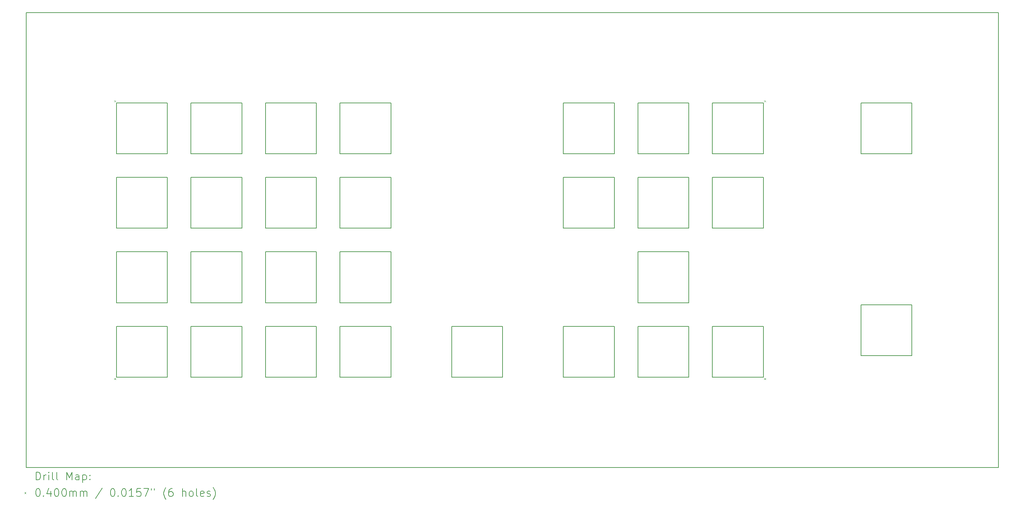
<source format=gbr>
%TF.GenerationSoftware,KiCad,Pcbnew,(6.0.7-1)-1*%
%TF.CreationDate,2022-09-14T08:46:41+02:00*%
%TF.ProjectId,yts-switchblade,7974732d-7377-4697-9463-68626c616465,rev?*%
%TF.SameCoordinates,Original*%
%TF.FileFunction,Drillmap*%
%TF.FilePolarity,Positive*%
%FSLAX45Y45*%
G04 Gerber Fmt 4.5, Leading zero omitted, Abs format (unit mm)*
G04 Created by KiCad (PCBNEW (6.0.7-1)-1) date 2022-09-14 08:46:41*
%MOMM*%
%LPD*%
G01*
G04 APERTURE LIST*
%ADD10C,0.150000*%
%ADD11C,0.200000*%
%ADD12C,0.040000*%
G04 APERTURE END LIST*
D10*
X17950000Y-7300000D02*
X19250000Y-7300000D01*
X19250000Y-7300000D02*
X19250000Y-8600000D01*
X19250000Y-8600000D02*
X17950000Y-8600000D01*
X17950000Y-8600000D02*
X17950000Y-7300000D01*
X23640000Y-5400000D02*
X24940000Y-5400000D01*
X24940000Y-5400000D02*
X24940000Y-6700000D01*
X24940000Y-6700000D02*
X23640000Y-6700000D01*
X23640000Y-6700000D02*
X23640000Y-5400000D01*
X17950000Y-5400000D02*
X19250000Y-5400000D01*
X19250000Y-5400000D02*
X19250000Y-6700000D01*
X19250000Y-6700000D02*
X17950000Y-6700000D01*
X17950000Y-6700000D02*
X17950000Y-5400000D01*
X16050000Y-7300000D02*
X17350000Y-7300000D01*
X17350000Y-7300000D02*
X17350000Y-8600000D01*
X17350000Y-8600000D02*
X16050000Y-8600000D01*
X16050000Y-8600000D02*
X16050000Y-7300000D01*
X10350000Y-7300000D02*
X11650000Y-7300000D01*
X11650000Y-7300000D02*
X11650000Y-8600000D01*
X11650000Y-8600000D02*
X10350000Y-8600000D01*
X10350000Y-8600000D02*
X10350000Y-7300000D01*
X4650000Y-11100000D02*
X5950000Y-11100000D01*
X5950000Y-11100000D02*
X5950000Y-12400000D01*
X5950000Y-12400000D02*
X4650000Y-12400000D01*
X4650000Y-12400000D02*
X4650000Y-11100000D01*
X6550000Y-7300000D02*
X7850000Y-7300000D01*
X7850000Y-7300000D02*
X7850000Y-8600000D01*
X7850000Y-8600000D02*
X6550000Y-8600000D01*
X6550000Y-8600000D02*
X6550000Y-7300000D01*
X4650000Y-7300000D02*
X5950000Y-7300000D01*
X5950000Y-7300000D02*
X5950000Y-8600000D01*
X5950000Y-8600000D02*
X4650000Y-8600000D01*
X4650000Y-8600000D02*
X4650000Y-7300000D01*
X19850000Y-11100000D02*
X21150000Y-11100000D01*
X21150000Y-11100000D02*
X21150000Y-12400000D01*
X21150000Y-12400000D02*
X19850000Y-12400000D01*
X19850000Y-12400000D02*
X19850000Y-11100000D01*
X10350000Y-9200000D02*
X11650000Y-9200000D01*
X11650000Y-9200000D02*
X11650000Y-10500000D01*
X11650000Y-10500000D02*
X10350000Y-10500000D01*
X10350000Y-10500000D02*
X10350000Y-9200000D01*
X2350000Y-3100000D02*
X27150000Y-3100000D01*
X27150000Y-3100000D02*
X27150000Y-14700000D01*
X27150000Y-14700000D02*
X2350000Y-14700000D01*
X2350000Y-14700000D02*
X2350000Y-3100000D01*
X10350000Y-11100000D02*
X11650000Y-11100000D01*
X11650000Y-11100000D02*
X11650000Y-12400000D01*
X11650000Y-12400000D02*
X10350000Y-12400000D01*
X10350000Y-12400000D02*
X10350000Y-11100000D01*
X8450000Y-5400000D02*
X9750000Y-5400000D01*
X9750000Y-5400000D02*
X9750000Y-6700000D01*
X9750000Y-6700000D02*
X8450000Y-6700000D01*
X8450000Y-6700000D02*
X8450000Y-5400000D01*
X4650000Y-9200000D02*
X5950000Y-9200000D01*
X5950000Y-9200000D02*
X5950000Y-10500000D01*
X5950000Y-10500000D02*
X4650000Y-10500000D01*
X4650000Y-10500000D02*
X4650000Y-9200000D01*
X8450000Y-11100000D02*
X9750000Y-11100000D01*
X9750000Y-11100000D02*
X9750000Y-12400000D01*
X9750000Y-12400000D02*
X8450000Y-12400000D01*
X8450000Y-12400000D02*
X8450000Y-11100000D01*
X17950000Y-11100000D02*
X19250000Y-11100000D01*
X19250000Y-11100000D02*
X19250000Y-12400000D01*
X19250000Y-12400000D02*
X17950000Y-12400000D01*
X17950000Y-12400000D02*
X17950000Y-11100000D01*
X19850000Y-7300000D02*
X21150000Y-7300000D01*
X21150000Y-7300000D02*
X21150000Y-8600000D01*
X21150000Y-8600000D02*
X19850000Y-8600000D01*
X19850000Y-8600000D02*
X19850000Y-7300000D01*
X13200000Y-11100000D02*
X14500000Y-11100000D01*
X14500000Y-11100000D02*
X14500000Y-12400000D01*
X14500000Y-12400000D02*
X13200000Y-12400000D01*
X13200000Y-12400000D02*
X13200000Y-11100000D01*
X10350000Y-5400000D02*
X11650000Y-5400000D01*
X11650000Y-5400000D02*
X11650000Y-6700000D01*
X11650000Y-6700000D02*
X10350000Y-6700000D01*
X10350000Y-6700000D02*
X10350000Y-5400000D01*
X6550000Y-11100000D02*
X7850000Y-11100000D01*
X7850000Y-11100000D02*
X7850000Y-12400000D01*
X7850000Y-12400000D02*
X6550000Y-12400000D01*
X6550000Y-12400000D02*
X6550000Y-11100000D01*
X6550000Y-5400000D02*
X7850000Y-5400000D01*
X7850000Y-5400000D02*
X7850000Y-6700000D01*
X7850000Y-6700000D02*
X6550000Y-6700000D01*
X6550000Y-6700000D02*
X6550000Y-5400000D01*
X16050000Y-11100000D02*
X17350000Y-11100000D01*
X17350000Y-11100000D02*
X17350000Y-12400000D01*
X17350000Y-12400000D02*
X16050000Y-12400000D01*
X16050000Y-12400000D02*
X16050000Y-11100000D01*
X19850000Y-5400000D02*
X21150000Y-5400000D01*
X21150000Y-5400000D02*
X21150000Y-6700000D01*
X21150000Y-6700000D02*
X19850000Y-6700000D01*
X19850000Y-6700000D02*
X19850000Y-5400000D01*
X4650000Y-5400000D02*
X5950000Y-5400000D01*
X5950000Y-5400000D02*
X5950000Y-6700000D01*
X5950000Y-6700000D02*
X4650000Y-6700000D01*
X4650000Y-6700000D02*
X4650000Y-5400000D01*
X17950000Y-9200000D02*
X19250000Y-9200000D01*
X19250000Y-9200000D02*
X19250000Y-10500000D01*
X19250000Y-10500000D02*
X17950000Y-10500000D01*
X17950000Y-10500000D02*
X17950000Y-9200000D01*
X16050000Y-5400000D02*
X17350000Y-5400000D01*
X17350000Y-5400000D02*
X17350000Y-6700000D01*
X17350000Y-6700000D02*
X16050000Y-6700000D01*
X16050000Y-6700000D02*
X16050000Y-5400000D01*
X8450000Y-9200000D02*
X9750000Y-9200000D01*
X9750000Y-9200000D02*
X9750000Y-10500000D01*
X9750000Y-10500000D02*
X8450000Y-10500000D01*
X8450000Y-10500000D02*
X8450000Y-9200000D01*
X23640000Y-10550000D02*
X24940000Y-10550000D01*
X24940000Y-10550000D02*
X24940000Y-11850000D01*
X24940000Y-11850000D02*
X23640000Y-11850000D01*
X23640000Y-11850000D02*
X23640000Y-10550000D01*
X8450000Y-7300000D02*
X9750000Y-7300000D01*
X9750000Y-7300000D02*
X9750000Y-8600000D01*
X9750000Y-8600000D02*
X8450000Y-8600000D01*
X8450000Y-8600000D02*
X8450000Y-7300000D01*
X6550000Y-9200000D02*
X7850000Y-9200000D01*
X7850000Y-9200000D02*
X7850000Y-10500000D01*
X7850000Y-10500000D02*
X6550000Y-10500000D01*
X6550000Y-10500000D02*
X6550000Y-9200000D01*
D11*
D12*
X4590000Y-5340000D02*
X4630000Y-5380000D01*
X4630000Y-5340000D02*
X4590000Y-5380000D01*
X4590000Y-12420000D02*
X4630000Y-12460000D01*
X4630000Y-12420000D02*
X4590000Y-12460000D01*
X21170000Y-5340000D02*
X21210000Y-5380000D01*
X21210000Y-5340000D02*
X21170000Y-5380000D01*
X21170000Y-12420000D02*
X21210000Y-12460000D01*
X21210000Y-12420000D02*
X21170000Y-12460000D01*
X21170000Y-12420000D02*
X21210000Y-12460000D01*
X21210000Y-12420000D02*
X21170000Y-12460000D01*
X21170000Y-12420000D02*
X21210000Y-12460000D01*
X21210000Y-12420000D02*
X21170000Y-12460000D01*
D11*
X2600119Y-15017976D02*
X2600119Y-14817976D01*
X2647738Y-14817976D01*
X2676310Y-14827500D01*
X2695357Y-14846548D01*
X2704881Y-14865595D01*
X2714405Y-14903690D01*
X2714405Y-14932262D01*
X2704881Y-14970357D01*
X2695357Y-14989405D01*
X2676310Y-15008452D01*
X2647738Y-15017976D01*
X2600119Y-15017976D01*
X2800119Y-15017976D02*
X2800119Y-14884643D01*
X2800119Y-14922738D02*
X2809643Y-14903690D01*
X2819167Y-14894167D01*
X2838214Y-14884643D01*
X2857262Y-14884643D01*
X2923928Y-15017976D02*
X2923928Y-14884643D01*
X2923928Y-14817976D02*
X2914405Y-14827500D01*
X2923928Y-14837024D01*
X2933452Y-14827500D01*
X2923928Y-14817976D01*
X2923928Y-14837024D01*
X3047738Y-15017976D02*
X3028690Y-15008452D01*
X3019167Y-14989405D01*
X3019167Y-14817976D01*
X3152500Y-15017976D02*
X3133452Y-15008452D01*
X3123928Y-14989405D01*
X3123928Y-14817976D01*
X3381071Y-15017976D02*
X3381071Y-14817976D01*
X3447738Y-14960833D01*
X3514405Y-14817976D01*
X3514405Y-15017976D01*
X3695357Y-15017976D02*
X3695357Y-14913214D01*
X3685833Y-14894167D01*
X3666786Y-14884643D01*
X3628690Y-14884643D01*
X3609643Y-14894167D01*
X3695357Y-15008452D02*
X3676309Y-15017976D01*
X3628690Y-15017976D01*
X3609643Y-15008452D01*
X3600119Y-14989405D01*
X3600119Y-14970357D01*
X3609643Y-14951309D01*
X3628690Y-14941786D01*
X3676309Y-14941786D01*
X3695357Y-14932262D01*
X3790595Y-14884643D02*
X3790595Y-15084643D01*
X3790595Y-14894167D02*
X3809643Y-14884643D01*
X3847738Y-14884643D01*
X3866786Y-14894167D01*
X3876309Y-14903690D01*
X3885833Y-14922738D01*
X3885833Y-14979881D01*
X3876309Y-14998928D01*
X3866786Y-15008452D01*
X3847738Y-15017976D01*
X3809643Y-15017976D01*
X3790595Y-15008452D01*
X3971548Y-14998928D02*
X3981071Y-15008452D01*
X3971548Y-15017976D01*
X3962024Y-15008452D01*
X3971548Y-14998928D01*
X3971548Y-15017976D01*
X3971548Y-14894167D02*
X3981071Y-14903690D01*
X3971548Y-14913214D01*
X3962024Y-14903690D01*
X3971548Y-14894167D01*
X3971548Y-14913214D01*
D12*
X2302500Y-15327500D02*
X2342500Y-15367500D01*
X2342500Y-15327500D02*
X2302500Y-15367500D01*
D11*
X2638214Y-15237976D02*
X2657262Y-15237976D01*
X2676310Y-15247500D01*
X2685833Y-15257024D01*
X2695357Y-15276071D01*
X2704881Y-15314167D01*
X2704881Y-15361786D01*
X2695357Y-15399881D01*
X2685833Y-15418928D01*
X2676310Y-15428452D01*
X2657262Y-15437976D01*
X2638214Y-15437976D01*
X2619167Y-15428452D01*
X2609643Y-15418928D01*
X2600119Y-15399881D01*
X2590595Y-15361786D01*
X2590595Y-15314167D01*
X2600119Y-15276071D01*
X2609643Y-15257024D01*
X2619167Y-15247500D01*
X2638214Y-15237976D01*
X2790595Y-15418928D02*
X2800119Y-15428452D01*
X2790595Y-15437976D01*
X2781071Y-15428452D01*
X2790595Y-15418928D01*
X2790595Y-15437976D01*
X2971548Y-15304643D02*
X2971548Y-15437976D01*
X2923928Y-15228452D02*
X2876309Y-15371309D01*
X3000119Y-15371309D01*
X3114405Y-15237976D02*
X3133452Y-15237976D01*
X3152500Y-15247500D01*
X3162024Y-15257024D01*
X3171548Y-15276071D01*
X3181071Y-15314167D01*
X3181071Y-15361786D01*
X3171548Y-15399881D01*
X3162024Y-15418928D01*
X3152500Y-15428452D01*
X3133452Y-15437976D01*
X3114405Y-15437976D01*
X3095357Y-15428452D01*
X3085833Y-15418928D01*
X3076309Y-15399881D01*
X3066786Y-15361786D01*
X3066786Y-15314167D01*
X3076309Y-15276071D01*
X3085833Y-15257024D01*
X3095357Y-15247500D01*
X3114405Y-15237976D01*
X3304881Y-15237976D02*
X3323928Y-15237976D01*
X3342976Y-15247500D01*
X3352500Y-15257024D01*
X3362024Y-15276071D01*
X3371548Y-15314167D01*
X3371548Y-15361786D01*
X3362024Y-15399881D01*
X3352500Y-15418928D01*
X3342976Y-15428452D01*
X3323928Y-15437976D01*
X3304881Y-15437976D01*
X3285833Y-15428452D01*
X3276309Y-15418928D01*
X3266786Y-15399881D01*
X3257262Y-15361786D01*
X3257262Y-15314167D01*
X3266786Y-15276071D01*
X3276309Y-15257024D01*
X3285833Y-15247500D01*
X3304881Y-15237976D01*
X3457262Y-15437976D02*
X3457262Y-15304643D01*
X3457262Y-15323690D02*
X3466786Y-15314167D01*
X3485833Y-15304643D01*
X3514405Y-15304643D01*
X3533452Y-15314167D01*
X3542976Y-15333214D01*
X3542976Y-15437976D01*
X3542976Y-15333214D02*
X3552500Y-15314167D01*
X3571548Y-15304643D01*
X3600119Y-15304643D01*
X3619167Y-15314167D01*
X3628690Y-15333214D01*
X3628690Y-15437976D01*
X3723928Y-15437976D02*
X3723928Y-15304643D01*
X3723928Y-15323690D02*
X3733452Y-15314167D01*
X3752500Y-15304643D01*
X3781071Y-15304643D01*
X3800119Y-15314167D01*
X3809643Y-15333214D01*
X3809643Y-15437976D01*
X3809643Y-15333214D02*
X3819167Y-15314167D01*
X3838214Y-15304643D01*
X3866786Y-15304643D01*
X3885833Y-15314167D01*
X3895357Y-15333214D01*
X3895357Y-15437976D01*
X4285833Y-15228452D02*
X4114405Y-15485595D01*
X4542976Y-15237976D02*
X4562024Y-15237976D01*
X4581071Y-15247500D01*
X4590595Y-15257024D01*
X4600119Y-15276071D01*
X4609643Y-15314167D01*
X4609643Y-15361786D01*
X4600119Y-15399881D01*
X4590595Y-15418928D01*
X4581071Y-15428452D01*
X4562024Y-15437976D01*
X4542976Y-15437976D01*
X4523929Y-15428452D01*
X4514405Y-15418928D01*
X4504881Y-15399881D01*
X4495357Y-15361786D01*
X4495357Y-15314167D01*
X4504881Y-15276071D01*
X4514405Y-15257024D01*
X4523929Y-15247500D01*
X4542976Y-15237976D01*
X4695357Y-15418928D02*
X4704881Y-15428452D01*
X4695357Y-15437976D01*
X4685833Y-15428452D01*
X4695357Y-15418928D01*
X4695357Y-15437976D01*
X4828690Y-15237976D02*
X4847738Y-15237976D01*
X4866786Y-15247500D01*
X4876310Y-15257024D01*
X4885833Y-15276071D01*
X4895357Y-15314167D01*
X4895357Y-15361786D01*
X4885833Y-15399881D01*
X4876310Y-15418928D01*
X4866786Y-15428452D01*
X4847738Y-15437976D01*
X4828690Y-15437976D01*
X4809643Y-15428452D01*
X4800119Y-15418928D01*
X4790595Y-15399881D01*
X4781071Y-15361786D01*
X4781071Y-15314167D01*
X4790595Y-15276071D01*
X4800119Y-15257024D01*
X4809643Y-15247500D01*
X4828690Y-15237976D01*
X5085833Y-15437976D02*
X4971548Y-15437976D01*
X5028690Y-15437976D02*
X5028690Y-15237976D01*
X5009643Y-15266548D01*
X4990595Y-15285595D01*
X4971548Y-15295119D01*
X5266786Y-15237976D02*
X5171548Y-15237976D01*
X5162024Y-15333214D01*
X5171548Y-15323690D01*
X5190595Y-15314167D01*
X5238214Y-15314167D01*
X5257262Y-15323690D01*
X5266786Y-15333214D01*
X5276310Y-15352262D01*
X5276310Y-15399881D01*
X5266786Y-15418928D01*
X5257262Y-15428452D01*
X5238214Y-15437976D01*
X5190595Y-15437976D01*
X5171548Y-15428452D01*
X5162024Y-15418928D01*
X5342976Y-15237976D02*
X5476310Y-15237976D01*
X5390595Y-15437976D01*
X5542976Y-15237976D02*
X5542976Y-15276071D01*
X5619167Y-15237976D02*
X5619167Y-15276071D01*
X5914405Y-15514167D02*
X5904881Y-15504643D01*
X5885833Y-15476071D01*
X5876309Y-15457024D01*
X5866786Y-15428452D01*
X5857262Y-15380833D01*
X5857262Y-15342738D01*
X5866786Y-15295119D01*
X5876309Y-15266548D01*
X5885833Y-15247500D01*
X5904881Y-15218928D01*
X5914405Y-15209405D01*
X6076309Y-15237976D02*
X6038214Y-15237976D01*
X6019167Y-15247500D01*
X6009643Y-15257024D01*
X5990595Y-15285595D01*
X5981071Y-15323690D01*
X5981071Y-15399881D01*
X5990595Y-15418928D01*
X6000119Y-15428452D01*
X6019167Y-15437976D01*
X6057262Y-15437976D01*
X6076309Y-15428452D01*
X6085833Y-15418928D01*
X6095357Y-15399881D01*
X6095357Y-15352262D01*
X6085833Y-15333214D01*
X6076309Y-15323690D01*
X6057262Y-15314167D01*
X6019167Y-15314167D01*
X6000119Y-15323690D01*
X5990595Y-15333214D01*
X5981071Y-15352262D01*
X6333452Y-15437976D02*
X6333452Y-15237976D01*
X6419167Y-15437976D02*
X6419167Y-15333214D01*
X6409643Y-15314167D01*
X6390595Y-15304643D01*
X6362024Y-15304643D01*
X6342976Y-15314167D01*
X6333452Y-15323690D01*
X6542976Y-15437976D02*
X6523928Y-15428452D01*
X6514405Y-15418928D01*
X6504881Y-15399881D01*
X6504881Y-15342738D01*
X6514405Y-15323690D01*
X6523928Y-15314167D01*
X6542976Y-15304643D01*
X6571548Y-15304643D01*
X6590595Y-15314167D01*
X6600119Y-15323690D01*
X6609643Y-15342738D01*
X6609643Y-15399881D01*
X6600119Y-15418928D01*
X6590595Y-15428452D01*
X6571548Y-15437976D01*
X6542976Y-15437976D01*
X6723928Y-15437976D02*
X6704881Y-15428452D01*
X6695357Y-15409405D01*
X6695357Y-15237976D01*
X6876309Y-15428452D02*
X6857262Y-15437976D01*
X6819167Y-15437976D01*
X6800119Y-15428452D01*
X6790595Y-15409405D01*
X6790595Y-15333214D01*
X6800119Y-15314167D01*
X6819167Y-15304643D01*
X6857262Y-15304643D01*
X6876309Y-15314167D01*
X6885833Y-15333214D01*
X6885833Y-15352262D01*
X6790595Y-15371309D01*
X6962024Y-15428452D02*
X6981071Y-15437976D01*
X7019167Y-15437976D01*
X7038214Y-15428452D01*
X7047738Y-15409405D01*
X7047738Y-15399881D01*
X7038214Y-15380833D01*
X7019167Y-15371309D01*
X6990595Y-15371309D01*
X6971548Y-15361786D01*
X6962024Y-15342738D01*
X6962024Y-15333214D01*
X6971548Y-15314167D01*
X6990595Y-15304643D01*
X7019167Y-15304643D01*
X7038214Y-15314167D01*
X7114405Y-15514167D02*
X7123928Y-15504643D01*
X7142976Y-15476071D01*
X7152500Y-15457024D01*
X7162024Y-15428452D01*
X7171548Y-15380833D01*
X7171548Y-15342738D01*
X7162024Y-15295119D01*
X7152500Y-15266548D01*
X7142976Y-15247500D01*
X7123928Y-15218928D01*
X7114405Y-15209405D01*
M02*

</source>
